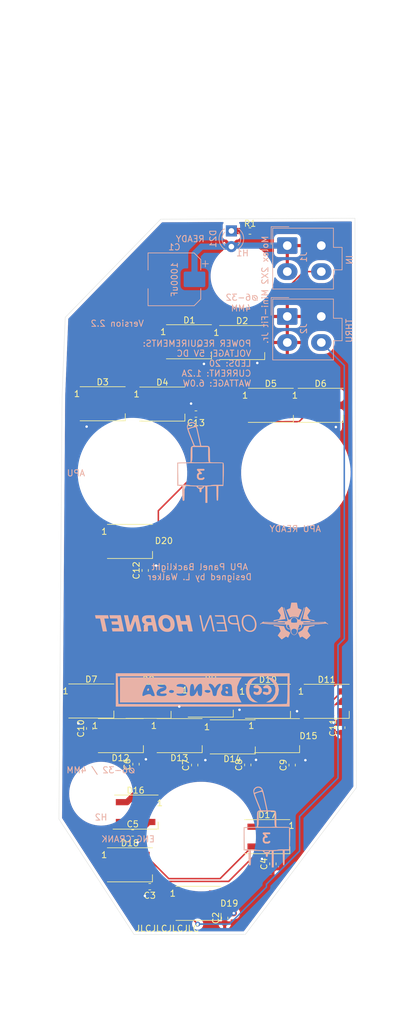
<source format=kicad_pcb>
(kicad_pcb (version 20211014) (generator pcbnew)
  (layers (0 "F.Cu" signal) (31 "B.Cu" signal) (34 "B.Paste" user) (35 "F.Paste" user) (36 "B.SilkS" user "B.Silkscreen") (37 "F.SilkS" user "F.Silkscreen") (38 "B.Mask" user) (39 "F.Mask" user) (44 "Edge.Cuts" user))
  (net 0 "")
  (net 1 "Net-(D1-Pad2)")
  (net 2 "Net-(D2-Pad2)")
  (net 3 "Net-(D3-Pad2)")
  (net 4 "Net-(D5-Pad2)")
  (net 5 "Net-(D6-Pad2)")
  (net 6 "Net-(D7-Pad2)")
  (net 7 "Net-(D8-Pad2)")
  (net 8 "Net-(D10-Pad4)")
  (net 9 "Net-(D10-Pad2)")
  (net 10 "Net-(D11-Pad2)")
  (net 11 "Net-(D12-Pad2)")
  (net 12 "Net-(D13-Pad2)")
  (net 13 "Net-(D14-Pad2)")
  (net 14 "Net-(D15-Pad2)")
  (net 15 "Net-(D16-Pad2)")
  (net 16 "Net-(D17-Pad2)")
  (net 17 "Net-(D18-Pad2)")
  (net 18 "Net-(D20-Pad4)")
  (net 19 "Net-(D20-Pad2)")
  (net 20 "/LED+5V")
  (net 21 "/DATAIN")
  (net 22 "/LEDGND")
  (net 23 "/DATAOUT")
  (net 24 "Net-(D21-Pad1)")
  (footprint "LED_SMD:LED_WS2812B_PLCC4_5.0x5.0mm_P3.2mm" (layer "F.Cu") (at 89.1424 74.7524)
    (fp_text reference "D1" (at 0.0624 -3.48) (layer "F.SilkS"))
    (fp_text value "WS2812B")
    (fp_text user "1" (at -4.15 -1.6) (layer "F.SilkS"))
    (pad "1" smd rect locked (at -2.45 -1.6) (size 1.5 1) (layers "F.Cu" "F.Paste" "F.Mask") (net 20 "/LED+5V"))
    (pad "2" smd rect locked (at -2.45 1.6) (size 1.5 1) (layers "F.Cu" "F.Paste" "F.Mask") (net 1 "Net-(D1-Pad2)"))
    (pad "3" smd rect locked (at 2.45 1.6) (size 1.5 1) (layers "F.Cu" "F.Paste" "F.Mask") (net 22 "/LEDGND"))
    (pad "4" smd rect locked (at 2.45 -1.6) (size 1.5 1) (layers "F.Cu" "F.Paste" "F.Mask") (net 21 "/DATAIN"))
  )
  (footprint "LED_SMD:LED_WS2812B_PLCC4_5.0x5.0mm_P3.2mm" (layer "F.Cu") (at 97.7392 74.8792)
    (fp_text reference "D2" (at 0 -3.5) (layer "F.SilkS"))
    (fp_text value "WS2812B")
    (fp_text user "1" (at -4.15 -1.6) (layer "F.SilkS"))
    (pad "1" smd rect locked (at -2.45 -1.6) (size 1.5 1) (layers "F.Cu" "F.Paste" "F.Mask") (net 20 "/LED+5V"))
    (pad "2" smd rect locked (at -2.45 1.6) (size 1.5 1) (layers "F.Cu" "F.Paste" "F.Mask") (net 2 "Net-(D2-Pad2)"))
    (pad "3" smd rect locked (at 2.45 1.6) (size 1.5 1) (layers "F.Cu" "F.Paste" "F.Mask") (net 22 "/LEDGND"))
    (pad "4" smd rect locked (at 2.45 -1.6) (size 1.5 1) (layers "F.Cu" "F.Paste" "F.Mask") (net 1 "Net-(D1-Pad2)"))
  )
  (footprint "LED_SMD:LED_WS2812B_PLCC4_5.0x5.0mm_P3.2mm" (layer "F.Cu") (at 75.1956 84.7596)
    (fp_text reference "D3" (at 0 -3.5) (layer "F.SilkS"))
    (fp_text value "WS2812B")
    (fp_text user "1" (at -4.15 -1.6) (layer "F.SilkS"))
    (pad "1" smd rect locked (at -2.45 -1.6) (size 1.5 1) (layers "F.Cu" "F.Paste" "F.Mask") (net 20 "/LED+5V"))
    (pad "2" smd rect locked (at -2.45 1.6) (size 1.5 1) (layers "F.Cu" "F.Paste" "F.Mask") (net 3 "Net-(D3-Pad2)"))
    (pad "3" smd rect locked (at 2.45 1.6) (size 1.5 1) (layers "F.Cu" "F.Paste" "F.Mask") (net 22 "/LEDGND"))
    (pad "4" smd rect locked (at 2.45 -1.6) (size 1.5 1) (layers "F.Cu" "F.Paste" "F.Mask") (net 2 "Net-(D2-Pad2)"))
  )
  (footprint "LED_SMD:LED_WS2812B_PLCC4_5.0x5.0mm_P3.2mm" (layer "F.Cu") (at 84.836 84.8104)
    (fp_text reference "D4" (at 0 -3.5) (layer "F.SilkS"))
    (fp_text value "WS2812B")
    (fp_text user "1" (at -4.15 -1.6) (layer "F.SilkS"))
    (pad "1" smd rect locked (at -2.45 -1.6) (size 1.5 1) (layers "F.Cu" "F.Paste" "F.Mask") (net 20 "/LED+5V"))
    (pad "2" smd rect locked (at -2.45 1.6) (size 1.5 1) (layers "F.Cu" "F.Paste" "F.Mask") (net 18 "Net-(D20-Pad4)"))
    (pad "3" smd rect locked (at 2.45 1.6) (size 1.5 1) (layers "F.Cu" "F.Paste" "F.Mask") (net 22 "/LEDGND"))
    (pad "4" smd rect locked (at 2.45 -1.6) (size 1.5 1) (layers "F.Cu" "F.Paste" "F.Mask") (net 3 "Net-(D3-Pad2)"))
  )
  (footprint "LED_SMD:LED_WS2812B_PLCC4_5.0x5.0mm_P3.2mm" (layer "F.Cu") (at 102.3736 85.0136)
    (fp_text reference "D5" (at 0 -3.5) (layer "F.SilkS"))
    (fp_text value "WS2812B")
    (fp_text user "1" (at -4.15 -1.6) (layer "F.SilkS"))
    (pad "1" smd rect locked (at -2.45 -1.6) (size 1.5 1) (layers "F.Cu" "F.Paste" "F.Mask") (net 20 "/LED+5V"))
    (pad "2" smd rect locked (at -2.45 1.6) (size 1.5 1) (layers "F.Cu" "F.Paste" "F.Mask") (net 4 "Net-(D5-Pad2)"))
    (pad "3" smd rect locked (at 2.45 1.6) (size 1.5 1) (layers "F.Cu" "F.Paste" "F.Mask") (net 22 "/LEDGND"))
    (pad "4" smd rect locked (at 2.45 -1.6) (size 1.5 1) (layers "F.Cu" "F.Paste" "F.Mask") (net 19 "Net-(D20-Pad2)"))
  )
  (footprint "LED_SMD:LED_WS2812B_PLCC4_5.0x5.0mm_P3.2mm" (layer "F.Cu") (at 110.4276 85.0136)
    (fp_text reference "D6" (at 0 -3.5) (layer "F.SilkS"))
    (fp_text value "WS2812B")
    (fp_text user "1" (at -4.15 -1.6) (layer "F.SilkS"))
    (pad "1" smd rect locked (at -2.45 -1.6) (size 1.5 1) (layers "F.Cu" "F.Paste" "F.Mask") (net 20 "/LED+5V"))
    (pad "2" smd rect locked (at -2.45 1.6) (size 1.5 1) (layers "F.Cu" "F.Paste" "F.Mask") (net 5 "Net-(D6-Pad2)"))
    (pad "3" smd rect locked (at 2.45 1.6) (size 1.5 1) (layers "F.Cu" "F.Paste" "F.Mask") (net 22 "/LEDGND"))
    (pad "4" smd rect locked (at 2.45 -1.6) (size 1.5 1) (layers "F.Cu" "F.Paste" "F.Mask") (net 4 "Net-(D5-Pad2)"))
  )
  (footprint "LED_SMD:LED_WS2812B_PLCC4_5.0x5.0mm_P3.2mm" (layer "F.Cu") (at 73.3552 132.7404)
    (fp_text reference "D7" (at 0 -3.5) (layer "F.SilkS"))
    (fp_text value "WS2812B")
    (fp_text user "1" (at -4.15 -1.6) (layer "F.SilkS"))
    (pad "1" smd rect locked (at -2.45 -1.6) (size 1.5 1) (layers "F.Cu" "F.Paste" "F.Mask") (net 20 "/LED+5V"))
    (pad "2" smd rect locked (at -2.45 1.6) (size 1.5 1) (layers "F.Cu" "F.Paste" "F.Mask") (net 6 "Net-(D7-Pad2)"))
    (pad "3" smd rect locked (at 2.45 1.6) (size 1.5 1) (layers "F.Cu" "F.Paste" "F.Mask") (net 22 "/LEDGND"))
    (pad "4" smd rect locked (at 2.45 -1.6) (size 1.5 1) (layers "F.Cu" "F.Paste" "F.Mask") (net 5 "Net-(D6-Pad2)"))
  )
  (footprint "LED_SMD:LED_WS2812B_PLCC4_5.0x5.0mm_P3.2mm" (layer "F.Cu") (at 82.6008 132.7912)
    (fp_text reference "D8" (at 0 -3.5) (layer "F.SilkS"))
    (fp_text value "WS2812B")
    (fp_text user "1" (at -4.15 -1.6) (layer "F.SilkS"))
    (pad "1" smd rect locked (at -2.45 -1.6) (size 1.5 1) (layers "F.Cu" "F.Paste" "F.Mask") (net 20 "/LED+5V"))
    (pad "2" smd rect locked (at -2.45 1.6) (size 1.5 1) (layers "F.Cu" "F.Paste" "F.Mask") (net 7 "Net-(D8-Pad2)"))
    (pad "3" smd rect locked (at 2.45 1.6) (size 1.5 1) (layers "F.Cu" "F.Paste" "F.Mask") (net 22 "/LEDGND"))
    (pad "4" smd rect locked (at 2.45 -1.6) (size 1.5 1) (layers "F.Cu" "F.Paste" "F.Mask") (net 6 "Net-(D7-Pad2)"))
  )
  (footprint "LED_SMD:LED_WS2812B_PLCC4_5.0x5.0mm_P3.2mm" (layer "F.Cu") (at 92.6592 132.588)
    (fp_text reference "D9" (at 0 -3.5) (layer "F.SilkS"))
    (fp_text value "WS2812B")
    (fp_text user "1" (at -4.15 -1.6) (layer "F.SilkS"))
    (pad "1" smd rect locked (at -2.45 -1.6) (size 1.5 1) (layers "F.Cu" "F.Paste" "F.Mask") (net 20 "/LED+5V"))
    (pad "2" smd rect locked (at -2.45 1.6) (size 1.5 1) (layers "F.Cu" "F.Paste" "F.Mask") (net 8 "Net-(D10-Pad4)"))
    (pad "3" smd rect locked (at 2.45 1.6) (size 1.5 1) (layers "F.Cu" "F.Paste" "F.Mask") (net 22 "/LEDGND"))
    (pad "4" smd rect locked (at 2.45 -1.6) (size 1.5 1) (layers "F.Cu" "F.Paste" "F.Mask") (net 7 "Net-(D8-Pad2)"))
  )
  (footprint "LED_SMD:LED_WS2812B_PLCC4_5.0x5.0mm_P3.2mm" (layer "F.Cu") (at 101.9048 132.7912)
    (fp_text reference "D10" (at 0 -3.5) (layer "F.SilkS"))
    (fp_text value "WS2812B")
    (fp_text user "1" (at -4.15 -1.6) (layer "F.SilkS"))
    (pad "1" smd rect locked (at -2.45 -1.6) (size 1.5 1) (layers "F.Cu" "F.Paste" "F.Mask") (net 20 "/LED+5V"))
    (pad "2" smd rect locked (at -2.45 1.6) (size 1.5 1) (layers "F.Cu" "F.Paste" "F.Mask") (net 9 "Net-(D10-Pad2)"))
    (pad "3" smd rect locked (at 2.45 1.6) (size 1.5 1) (layers "F.Cu" "F.Paste" "F.Mask") (net 22 "/LEDGND"))
    (pad "4" smd rect locked (at 2.45 -1.6) (size 1.5 1) (layers "F.Cu" "F.Paste" "F.Mask") (net 8 "Net-(D10-Pad4)"))
  )
  (footprint "LED_SMD:LED_WS2812B_PLCC4_5.0x5.0mm_P3.2mm" (layer "F.Cu") (at 111.4044 132.7912)
    (fp_text reference "D11" (at 0 -3.5) (layer "F.SilkS"))
    (fp_text value "WS2812B")
    (fp_text user "1" (at -4.15 -1.6) (layer "F.SilkS"))
    (pad "1" smd rect locked (at -2.45 -1.6) (size 1.5 1) (layers "F.Cu" "F.Paste" "F.Mask") (net 20 "/LED+5V"))
    (pad "2" smd rect locked (at -2.45 1.6) (size 1.5 1) (layers "F.Cu" "F.Paste" "F.Mask") (net 10 "Net-(D11-Pad2)"))
    (pad "3" smd rect locked (at 2.45 1.6) (size 1.5 1) (layers "F.Cu" "F.Paste" "F.Mask") (net 22 "/LEDGND"))
    (pad "4" smd rect locked (at 2.45 -1.6) (size 1.5 1) (layers "F.Cu" "F.Paste" "F.Mask") (net 9 "Net-(D10-Pad2)"))
  )
  (footprint "LED_SMD:LED_WS2812B_PLCC4_5.0x5.0mm_P3.2mm" (layer "F.Cu") (at 78.1304 138.3284)
    (fp_text reference "D12" (at -0.0508 3.6068) (layer "F.SilkS"))
    (fp_text value "WS2812B")
    (fp_text user "1" (at -4.15 -1.6) (layer "F.SilkS"))
    (pad "1" smd rect locked (at -2.45 -1.6) (size 1.5 1) (layers "F.Cu" "F.Paste" "F.Mask") (net 20 "/LED+5V"))
    (pad "2" smd rect locked (at -2.45 1.6) (size 1.5 1) (layers "F.Cu" "F.Paste" "F.Mask") (net 11 "Net-(D12-Pad2)"))
    (pad "3" smd rect locked (at 2.45 1.6) (size 1.5 1) (layers "F.Cu" "F.Paste" "F.Mask") (net 22 "/LEDGND"))
    (pad "4" smd rect locked (at 2.45 -1.6) (size 1.5 1) (layers "F.Cu" "F.Paste" "F.Mask") (net 10 "Net-(D11-Pad2)"))
  )
  (footprint "LED_SMD:LED_WS2812B_PLCC4_5.0x5.0mm_P3.2mm" (layer "F.Cu") (at 87.63 138.3284)
    (fp_text reference "D13" (at -0.0508 3.6068) (layer "F.SilkS"))
    (fp_text value "WS2812B")
    (fp_text user "1" (at -4.15 -1.6) (layer "F.SilkS"))
    (pad "1" smd rect locked (at -2.45 -1.6) (size 1.5 1) (layers "F.Cu" "F.Paste" "F.Mask") (net 20 "/LED+5V"))
    (pad "2" smd rect locked (at -2.45 1.6) (size 1.5 1) (layers "F.Cu" "F.Paste" "F.Mask") (net 12 "Net-(D13-Pad2)"))
    (pad "3" smd rect locked (at 2.45 1.6) (size 1.5 1) (layers "F.Cu" "F.Paste" "F.Mask") (net 22 "/LEDGND"))
    (pad "4" smd rect locked (at 2.45 -1.6) (size 1.5 1) (layers "F.Cu" "F.Paste" "F.Mask") (net 11 "Net-(D12-Pad2)"))
  )
  (footprint "LED_SMD:LED_WS2812B_PLCC4_5.0x5.0mm_P3.2mm" (layer "F.Cu") (at 96.2152 138.5316)
    (fp_text reference "D14" (at -0.0508 3.556) (layer "F.SilkS"))
    (fp_text value "WS2812B")
    (fp_text user "1" (at -4.15 -1.6) (layer "F.SilkS"))
    (pad "1" smd rect locked (at -2.45 -1.6) (size 1.5 1) (layers "F.Cu" "F.Paste" "F.Mask") (net 20 "/LED+5V"))
    (pad "2" smd rect locked (at -2.45 1.6) (size 1.5 1) (layers "F.Cu" "F.Paste" "F.Mask") (net 13 "Net-(D14-Pad2)"))
    (pad "3" smd rect locked (at 2.45 1.6) (size 1.5 1) (layers "F.Cu" "F.Paste" "F.Mask") (net 22 "/LEDGND"))
    (pad "4" smd rect locked (at 2.45 -1.6) (size 1.5 1) (layers "F.Cu" "F.Paste" "F.Mask") (net 12 "Net-(D13-Pad2)"))
  )
  (footprint "LED_SMD:LED_WS2812B_PLCC4_5.0x5.0mm_P3.2mm" (layer "F.Cu") (at 103.378 138.3284)
    (fp_text reference "D15" (at 5.08 0.0508) (layer "F.SilkS"))
    (fp_text value "WS2812B")
    (fp_text user "1" (at -4.15 -1.6) (layer "F.SilkS"))
    (pad "1" smd rect locked (at -2.45 -1.6) (size 1.5 1) (layers "F.Cu" "F.Paste" "F.Mask") (net 20 "/LED+5V"))
    (pad "2" smd rect locked (at -2.45 1.6) (size 1.5 1) (layers "F.Cu" "F.Paste" "F.Mask") (net 14 "Net-(D15-Pad2)"))
    (pad "3" smd rect locked (at 2.45 1.6) (size 1.5 1) (layers "F.Cu" "F.Paste" "F.Mask") (net 22 "/LEDGND"))
    (pad "4" smd rect locked (at 2.45 -1.6) (size 1.5 1) (layers "F.Cu" "F.Paste" "F.Mask") (net 13 "Net-(D14-Pad2)"))
  )
  (footprint "LED_SMD:LED_WS2812B_PLCC4_5.0x5.0mm_P3.2mm" (layer "F.Cu") (at 80.518 150.6728)
    (fp_text reference "D16" (at 0 -3.5) (layer "F.SilkS"))
    (fp_text value "WS2812B")
    (fp_text user "1" (at 3.9116 -1.4732) (layer "F.SilkS"))
    (pad "1" smd rect locked (at -2.45 -1.6) (size 1.5 1) (layers "F.Cu" "F.Paste" "F.Mask") (net 20 "/LED+5V"))
    (pad "2" smd rect locked (at -2.45 1.6) (size 1.5 1) (layers "F.Cu" "F.Paste" "F.Mask") (net 15 "Net-(D16-Pad2)"))
    (pad "3" smd rect locked (at 2.45 1.6) (size 1.5 1) (layers "F.Cu" "F.Paste" "F.Mask") (net 22 "/LEDGND"))
    (pad "4" smd rect locked (at 2.45 -1.6) (size 1.5 1) (layers "F.Cu" "F.Paste" "F.Mask") (net 14 "Net-(D15-Pad2)"))
  )
  (footprint "LED_SMD:LED_WS2812B_PLCC4_5.0x5.0mm_P3.2mm" (layer "F.Cu") (at 101.8032 154.6352)
    (fp_text reference "D17" (at 0 -3.5) (layer "F.SilkS"))
    (fp_text value "WS2812B")
    (fp_text user "1" (at 3.9116 -1.778) (layer "F.SilkS"))
    (pad "1" smd rect locked (at -2.45 -1.6) (size 1.5 1) (layers "F.Cu" "F.Paste" "F.Mask") (net 20 "/LED+5V"))
    (pad "2" smd rect locked (at -2.45 1.6) (size 1.5 1) (layers "F.Cu" "F.Paste" "F.Mask") (net 16 "Net-(D17-Pad2)"))
    (pad "3" smd rect locked (at 2.45 1.6) (size 1.5 1) (layers "F.Cu" "F.Paste" "F.Mask") (net 22 "/LEDGND"))
    (pad "4" smd rect locked (at 2.45 -1.6) (size 1.5 1) (layers "F.Cu" "F.Paste" "F.Mask") (net 15 "Net-(D16-Pad2)"))
  )
  (footprint "LED_SMD:LED_WS2812B_PLCC4_5.0x5.0mm_P3.2mm" (layer "F.Cu") (at 79.592 159.1816)
    (fp_text reference "D18" (at 0 -3.5) (layer "F.SilkS"))
    (fp_text value "WS2812B")
    (fp_text user "1" (at -4.15 -1.6) (layer "F.SilkS"))
    (pad "1" smd rect locked (at -2.45 -1.6) (size 1.5 1) (layers "F.Cu" "F.Paste" "F.Mask") (net 20 "/LED+5V"))
    (pad "2" smd rect locked (at -2.45 1.6) (size 1.5 1) (layers "F.Cu" "F.Paste" "F.Mask") (net 17 "Net-(D18-Pad2)"))
    (pad "3" smd rect locked (at 2.45 1.6) (size 1.5 1) (layers "F.Cu" "F.Paste" "F.Mask") (net 22 "/LEDGND"))
    (pad "4" smd rect locked (at 2.45 -1.6) (size 1.5 1) (layers "F.Cu" "F.Paste" "F.Mask") (net 16 "Net-(D17-Pad2)"))
  )
  (footprint "LED_SMD:LED_WS2812B_PLCC4_5.0x5.0mm_P3.2mm" (layer "F.Cu") (at 90.678 165.4048)
    (fp_text reference "D19" (at 4.9784 0) (layer "F.SilkS"))
    (fp_text value "WS2812B")
    (fp_text user "1" (at -4.15 -1.6) (layer "F.SilkS"))
    (pad "1" smd rect locked (at -2.45 -1.6) (size 1.5 1) (layers "F.Cu" "F.Paste" "F.Mask") (net 20 "/LED+5V"))
    (pad "2" smd rect locked (at -2.45 1.6) (size 1.5 1) (layers "F.Cu" "F.Paste" "F.Mask") (net 23 "/DATAOUT"))
    (pad "3" smd rect locked (at 2.45 1.6) (size 1.5 1) (layers "F.Cu" "F.Paste" "F.Mask") (net 22 "/LEDGND"))
    (pad "4" smd rect locked (at 2.45 -1.6) (size 1.5 1) (layers "F.Cu" "F.Paste" "F.Mask") (net 17 "Net-(D18-Pad2)"))
  )
  (footprint "LED_SMD:LED_WS2812B_PLCC4_5.0x5.0mm_P3.2mm" (layer "F.Cu") (at 79.6036 106.9848)
    (fp_text reference "D20" (at 5.4864 -0.1016) (layer "F.SilkS"))
    (fp_text value "WS2812B")
    (fp_text user "1" (at -4.15 -1.6) (layer "F.SilkS"))
    (pad "1" smd rect locked (at -2.45 -1.6) (size 1.5 1) (layers "F.Cu" "F.Paste" "F.Mask") (net 20 "/LED+5V"))
    (pad "2" smd rect locked (at -2.45 1.6) (size 1.5 1) (layers "F.Cu" "F.Paste" "F.Mask") (net 19 "Net-(D20-Pad2)"))
    (pad "3" smd rect locked (at 2.45 1.6) (size 1.5 1) (layers "F.Cu" "F.Paste" "F.Mask") (net 22 "/LEDGND"))
    (pad "4" smd rect locked (at 2.45 -1.6) (size 1.5 1) (layers "F.Cu" "F.Paste" "F.Mask") (net 18 "Net-(D20-Pad4)"))
  )
  (footprint "Resistor_SMD:R_0603_1608Metric" (layer "F.Cu") (at 99.00168 56.87568)
    (fp_text reference "R1" (at 0.01832 -1.20568) (layer "F.SilkS"))
    (fp_text value "R")
    (pad "1" smd roundrect locked (at -0.7875 0) (size 0.875 0.95) (layers "F.Cu" "F.Paste" "F.Mask") (net 24 "Net-(D21-Pad1)"))
    (pad "2" smd roundrect locked (at 0.7875 0) (size 0.875 0.95) (layers "F.Cu" "F.Paste" "F.Mask") (net 22 "/LEDGND"))
  )
  (footprint "Capacitor_SMD:C_0603_1608Metric" (layer "F.Cu") (at 94.9198 167.77472 90)
    (fp_text reference "C2" (at 0 -1.43 90) (layer "F.SilkS"))
    (fp_text value "C")
    (pad "1" smd roundrect locked (at -0.7875 0 90) (size 0.875 0.95) (layers "F.Cu" "F.Paste" "F.Mask") (net 20 "/LED+5V"))
    (pad "2" smd roundrect locked (at 0.7875 0 90) (size 0.875 0.95) (layers "F.Cu" "F.Paste" "F.Mask") (net 22 "/LEDGND"))
  )
  (footprint "Capacitor_SMD:C_0603_1608Metric" (layer "F.Cu") (at 82.81172 162.70986 180)
    (fp_text reference "C3" (at 0 -1.43) (layer "F.SilkS"))
    (fp_text value "C")
    (pad "1" smd roundrect locked (at -0.7875 0 180) (size 0.875 0.95) (layers "F.Cu" "F.Paste" "F.Mask") (net 20 "/LED+5V"))
    (pad "2" smd roundrect locked (at 0.7875 0 180) (size 0.875 0.95) (layers "F.Cu" "F.Paste" "F.Mask") (net 22 "/LEDGND"))
  )
  (footprint "Capacitor_SMD:C_0603_1608Metric" (layer "F.Cu") (at 102.71506 159.03204 90)
    (fp_text reference "C4" (at 0 -1.43 90) (layer "F.SilkS"))
    (fp_text value "C")
    (pad "1" smd roundrect locked (at -0.7875 0 90) (size 0.875 0.95) (layers "F.Cu" "F.Paste" "F.Mask") (net 20 "/LED+5V"))
    (pad "2" smd roundrect locked (at 0.7875 0 90) (size 0.875 0.95) (layers "F.Cu" "F.Paste" "F.Mask") (net 22 "/LEDGND"))
  )
  (footprint "Capacitor_SMD:C_0603_1608Metric" (layer "F.Cu") (at 80.05 154.05)
    (fp_text reference "C5" (at 0 -1.43) (layer "F.SilkS"))
    (fp_text value "C")
    (pad "1" smd roundrect locked (at -0.7875 0) (size 0.875 0.95) (layers "F.Cu" "F.Paste" "F.Mask") (net 20 "/LED+5V"))
    (pad "2" smd roundrect locked (at 0.7875 0) (size 0.875 0.95) (layers "F.Cu" "F.Paste" "F.Mask") (net 22 "/LEDGND"))
  )
  (footprint "Capacitor_SMD:C_0603_1608Metric" (layer "F.Cu") (at 80.5815 142.9385 90)
    (fp_text reference "C6" (at 0 -1.43 90) (layer "F.SilkS"))
    (fp_text value "C")
    (pad "1" smd roundrect locked (at -0.7875 0 90) (size 0.875 0.95) (layers "F.Cu" "F.Paste" "F.Mask") (net 20 "/LED+5V"))
    (pad "2" smd roundrect locked (at 0.7875 0 90) (size 0.875 0.95) (layers "F.Cu" "F.Paste" "F.Mask") (net 22 "/LEDGND"))
  )
  (footprint "Capacitor_SMD:C_0603_1608Metric" (layer "F.Cu") (at 90.07094 143.0782 90)
    (fp_text reference "C7" (at 0 -1.43 90) (layer "F.SilkS"))
    (fp_text value "C")
    (pad "1" smd roundrect locked (at -0.7875 0 90) (size 0.875 0.95) (layers "F.Cu" "F.Paste" "F.Mask") (net 20 "/LED+5V"))
    (pad "2" smd roundrect locked (at 0.7875 0 90) (size 0.875 0.95) (layers "F.Cu" "F.Paste" "F.Mask") (net 22 "/LEDGND"))
  )
  (footprint "Capacitor_SMD:C_0603_1608Metric" (layer "F.Cu") (at 98.65106 143.05788 90)
    (fp_text reference "C8" (at 0 -1.43 90) (layer "F.SilkS"))
    (fp_text value "C")
    (pad "1" smd roundrect locked (at -0.7875 0 90) (size 0.875 0.95) (layers "F.Cu" "F.Paste" "F.Mask") (net 20 "/LED+5V"))
    (pad "2" smd roundrect locked (at 0.7875 0 90) (size 0.875 0.95) (layers "F.Cu" "F.Paste" "F.Mask") (net 22 "/LEDGND"))
  )
  (footprint "Capacitor_SMD:C_0603_1608Metric" (layer "F.Cu") (at 105.82656 143.08338 90)
    (fp_text reference "C9" (at 0 -1.43 90) (layer "F.SilkS"))
    (fp_text value "C")
    (pad "1" smd roundrect locked (at -0.7875 0 90) (size 0.875 0.95) (layers "F.Cu" "F.Paste" "F.Mask") (net 20 "/LED+5V"))
    (pad "2" smd roundrect locked (at 0.7875 0 90) (size 0.875 0.95) (layers "F.Cu" "F.Paste" "F.Mask") (net 22 "/LEDGND"))
  )
  (footprint "Capacitor_SMD:C_0603_1608Metric" (layer "F.Cu") (at 73.09866 137.17534 90)
    (fp_text reference "C10" (at 0 -1.43 90) (layer "F.SilkS"))
    (fp_text value "C")
    (pad "1" smd roundrect locked (at -0.7875 0 90) (size 0.875 0.95) (layers "F.Cu" "F.Paste" "F.Mask") (net 20 "/LED+5V"))
    (pad "2" smd roundrect locked (at 0.7875 0 90) (size 0.875 0.95) (layers "F.Cu" "F.Paste" "F.Mask") (net 22 "/LEDGND"))
  )
  (footprint "Capacitor_SMD:C_0603_1608Metric" (layer "F.Cu") (at 113.84534 137.04316 90)
    (fp_text reference "C11" (at 0 -1.43 90) (layer "F.SilkS"))
    (fp_text value "C")
    (pad "1" smd roundrect locked (at -0.7875 0 90) (size 0.875 0.95) (layers "F.Cu" "F.Paste" "F.Mask") (net 20 "/LED+5V"))
    (pad "2" smd roundrect locked (at 0.7875 0 90) (size 0.875 0.95) (layers "F.Cu" "F.Paste" "F.Mask") (net 22 "/LEDGND"))
  )
  (footprint "Capacitor_SMD:C_0603_1608Metric" (layer "F.Cu") (at 82.06994 111.66612 90)
    (fp_text reference "C12" (at 0 -1.43 90) (layer "F.SilkS"))
    (fp_text value "C")
    (pad "1" smd roundrect locked (at -0.7875 0 90) (size 0.875 0.95) (layers "F.Cu" "F.Paste" "F.Mask") (net 20 "/LED+5V"))
    (pad "2" smd roundrect locked (at 0.7875 0 90) (size 0.875 0.95) (layers "F.Cu" "F.Paste" "F.Mask") (net 22 "/LEDGND"))
  )
  (footprint "Capacitor_SMD:C_0603_1608Metric" (layer "F.Cu") (at 90.2716 86.41842 180)
    (fp_text reference "C13" (at 0 -1.43) (layer "F.SilkS"))
    (fp_text value "C")
    (pad "1" smd roundrect locked (at -0.7875 0 180) (size 0.875 0.95) (layers "F.Cu" "F.Paste" "F.Mask") (net 20 "/LED+5V"))
    (pad "2" smd roundrect locked (at 0.7875 0 180) (size 0.875 0.95) (layers "F.Cu" "F.Paste" "F.Mask") (net 22 "/LEDGND"))
  )
  (footprint "OH_Backlighting:631H_Toggle_13mm_x_13mm" (layer "F.Cu") (at 80.01 95.885001)
    (fp_text reference "REF**" hide)
    (fp_text value "631H_Toggle_13mm_x_13mm" hide)
    (pad "" np_thru_hole circle locked (at 0 0) (size 12.7 12.7) (drill 12.7) (layers *.Mask "F.Cu") (clearance 1))
    (pad "" np_thru_hole circle locked (at 0 0) (size 12.7 12.7) (drill 12.7) (layers "B.Cu") (clearance 2.5))
  )
  (footprint "OH_Backlighting:631H_Toggle_13mm_x_13mm" (layer "F.Cu") (at 106.425999 95.885001)
    (fp_text reference "2" hide)
    (fp_text value "631H_Toggle_13mm_x_13mm" hide)
    (pad "" np_thru_hole circle locked (at 0 0) (size 12.7 12.7) (drill 12.7) (layers "B.Cu") (clearance 2.5))
    (pad "" np_thru_hole circle locked (at 0 0) (size 12.7 12.7) (drill 12.7) (layers *.Mask "F.Cu") (clearance 1))
  )
  (footprint "OH_Backlighting:OH_Panel_6-32_PHS" (layer "F.Cu") (at 97.789999 64.135001)
    (fp_text reference "4" hide)
    (fp_text value "OH_Panel_Fastner_Keepout" hide)
    (fp_text user "H1" (at 0.007621 -3.688081) (layer "B.SilkS") (effects (justify mirror)))
    (fp_text user "⌀6-32" (at -0.039999 3.464999) (layer "B.SilkS") (effects (justify mirror)))
    (pad "" np_thru_hole circle locked (at 0 0) (size 4.3 4.3) (drill 4.3) (layers *.Cu *.Mask) (clearance 3))
  )
  (footprint "OH_Backlighting:OH_Panel_6-32_PHS" (layer "F.Cu") (at 74.929999 147.701001)
    (fp_text reference "5" hide)
    (fp_text value "OH_Panel_Fastner_Keepout" hide)
    (fp_text user "H2" (at 0 3.81) (layer "B.SilkS") (effects (justify mirror)))
    (fp_text user "⌀6-32 / 4MM" (at 0 -3.81) (layer "B.SilkS") (effects (justify mirror)))
    (pad "" np_thru_hole circle locked (at 0 0) (size 4.3 4.3) (drill 4.3) (layers *.Cu *.Mask) (clearance 3))
  )
  (footprint "OH_Backlighting:631H_Toggle_Silkscreen" (layer "F.Cu") (at 90.97772 94.21876)
    (fp_text reference "G1" hide)
    (fp_text value "631H Toggle" hide)
  )
  (footprint "OH_Backlighting:631H_Toggle_Silkscreen" (layer "F.Cu") (at 101.7016 153.06802)
    (fp_text reference "G4" hide)
    (fp_text value "631H Toggle" hide)
  )
  (footprint "OH_Backlighting:631H_Toggle_13mm_x_13mm" (layer "F.Cu") (at 91.1225 154.622501)
    (fp_text reference "3" hide)
    (fp_text value "631H_Toggle_13mm_x_13mm" hide)
    (pad "" np_thru_hole circle locked (at 0 0) (size 12.7 12.7) (drill 12.7) (layers *.Mask "F.Cu") (clearance 1))
    (pad "" np_thru_hole circle locked (at 0 0) (size 12.7 12.7) (drill 12.7) (layers "B.Cu") (clearance 2.5))
  )
  (footprint "OH_Backlighting:Molex_Mini-Fit_Jr_5566-04A_2x02_P4.20mm_Vertical" (layer "B.Cu") (at 105.03916 70.67042 -90)
    (fp_text reference "J2" (at 1.97358 -2.65684 90) (layer "B.SilkS") (effects (justify mirror)))
    (fp_text value "Conn_01x04_Female")
    (pad "1" thru_hole roundrect locked (at 0 0 270) (size 2.7 3.3) (drill 1.4) (layers *.Cu *.Mask) (roundrect_rratio 0.09259296296) (net 20 "/LED+5V"))
    (pad "2" thru_hole oval locked (at 4.2 0 270) (size 2.7 3.3) (drill 1.4) (layers *.Cu *.Mask) (net 20 "/LED+5V"))
    (pad "3" thru_hole oval locked (at 0 -5.5 270) (size 2.7 3.3) (drill 1.4) (layers *.Cu *.Mask) (net 22 "/LEDGND"))
    (pad "4" thru_hole oval locked (at 4.2 -5.5 270) (size 2.7 3.3) (drill 1.4) (layers *.Cu *.Mask) (net 23 "/DATAOUT"))
  )
  (footprint "Capacitor_SMD:CP_Elec_8x10" (layer "B.Cu") (at 86.79046 64.67348 180)
    (fp_text reference "C1" (at 0 5.2) (layer "B.SilkS") (effects (justify mirror)))
    (fp_text value "C_Polarized")
    (pad "1" smd roundrect locked (at -3.25 0 180) (size 3.5 2.5) (layers "B.Cu" "B.Paste" "B.Mask") (roundrect_rratio 0.1) (net 20 "/LED+5V"))
    (pad "2" smd roundrect locked (at 3.25 0 180) (size 3.5 2.5) (layers "B.Cu" "B.Paste" "B.Mask") (roundrect_rratio 0.1) (net 22 "/LEDGND"))
  )
  (footprint "LED_THT:LED_D3.0mm" (layer "B.Cu") (at 95.9993 56.85536 -90)
    (fp_text reference "D21" (at 1.27 2.96 -90) (layer "B.SilkS") (effects (justify mirror)))
    (fp_text value "LED")
    (pad "1" thru_hole rect locked (at 0 0 270) (size 1.8 1.8) (drill 0.9) (layers *.Cu *.Mask) (net 24 "Net-(D21-Pad1)"))
    (pad "2" thru_hole circle locked (at 2.54 0 270) (size 1.8 1.8) (drill 0.9) (layers *.Cu *.Mask) (net 20 "/LED+5V"))
  )
  (footprint "OH_Backlighting:Molex_Mini-Fit_Jr_5566-04A_2x02_P4.20mm_Vertical" (layer "B.Cu") (at 105.03916 59.22772 -90)
    (fp_text reference "J1" (at 1.85928 -2.65684 90) (layer "B.SilkS") (effects (justify mirror)))
    (fp_text value "Conn_01x04_Female")
    (pad "1" thru_hole roundrect locked (at 0 0 270) (size 2.7 3.3) (drill 1.4) (layers *.Cu *.Mask) (roundrect_rratio 0.09259296296) (net 20 "/LED+5V"))
    (pad "2" thru_hole oval locked (at 4.2 0 270) (size 2.7 3.3) (drill 1.4) (layers *.Cu *.Mask) (net 20 "/LED+5V"))
    (pad "3" thru_hole oval locked (at 0 -5.5 270) (size 2.7 3.3) (drill 1.4) (layers *.Cu *.Mask) (net 22 "/LEDGND"))
    (pad "4" thru_hole oval locked (at 4.2 -5.5 270) (size 2.7 3.3) (drill 1.4) (layers *.Cu *.Mask) (net 21 "/DATAIN"))
  )
  (footprint "OH_General:CC-BY-NC-SA-Small" (layer "B.Cu") (at 91.45 130.95 180)
    (fp_text reference "G3" hide)
    (fp_text value "LOGO" hide)
  )
  (footprint "OH_General:OH_LOGO_37.7mm_5.9mm" (layer "B.Cu") (at 92.80906 119.82958 180)
    (fp_text reference "G2" hide)
    (fp_text value "LOGO" hide)
  )
  (gr_line (start 69.1388 70.8152) (end 68.6308 83.6168) (layer "Edge.Cuts") (width 0.05))
  (gr_line (start 116.2304 146.7104) (end 115.9764 54.8132) (layer "Edge.Cuts") (width 0.05))
  (gr_line (start 68.6308 83.6168) (end 68.1228 151.7904) (layer "Edge.Cuts") (width 0.05))
  (gr_line (start 98.2472 170.434) (end 116.2304 146.7104) (layer "Edge.Cuts") (width 0.05))
  (gr_line (start 68.1228 151.7904) (end 80.264 170.434) (layer "Edge.Cuts") (width 0.05))
  (gr_line (start 115.9764 54.8132) (end 84.582 54.9656) (layer "Edge.Cuts") (width 0.05))
  (gr_line (start 84.582 54.9656) (end 69.1388 70.8152) (layer "Edge.Cuts") (width 0.05))
  (gr_line (start 80.264 170.434) (end 98.2472 170.434) (layer "Edge.Cuts") (width 0.05))
  (gr_text "IN" (at 115.09502 61.52896 90) (layer "B.SilkS") (effects (font (size 1 1)) (justify mirror)))
  (gr_text "3" (at 91.01074 96.23552) (layer "B.SilkS") (effects (font (size 1.5 1.5) (thickness 0.3)) (justify mirror)))
  (gr_text "3" (at 101.64572 154.92476) (layer "B.SilkS") (effects (font (size 1.5 1.5) (thickness 0.3)) (justify mirror)))
  (gr_text "APU Panel Backlight\nDesigned by L. Walker" (at 90.88882 111.9124) (layer "B.SilkS") (effects (font (size 1 1)) (justify mirror)))
  (gr_text "Molex 2X2 Mini-Fit Jr." (at 101.45 66.35 90) (layer "B.SilkS") (effects (font (size 1 1)) (justify mirror)))
  (gr_text "APU" (at 70.87362 95.95866) (layer "B.SilkS") (effects (font (size 1 1)) (justify mirror)))
  (gr_text "4MM" (at 97.55 69.35) (layer "B.SilkS") (effects (font (size 1 1)) (justify mirror)))
  (gr_text "ENG CRANK" (at 79.28864 155.03398) (layer "B.SilkS") (effects (font (size 1 1)) (justify mirror)))
  (gr_text "1000uF" (at 86.81 64.72 90) (layer "B.SilkS") (effects (font (size 1 1)) (justify mirror)))
  (gr_text "POWER REQUIREMENTS:\nVOLTAGE: 5V DC\nLEDS: 20\nCURRENT: 1.2A\nWATTAGE: 6.0W" (at 99.3 78.25) (layer "B.SilkS") (effects (font (size 1 1)) (justify left mirror)))
  (gr_text "THRU" (at 115.05184 72.96404 90) (layer "B.SilkS") (effects (font (size 1 1)) (justify mirror)))
  (gr_text "READY" (at 89.35 58.15) (layer "B.SilkS") (effects (font (size 1 1)) (justify mirror)))
  (gr_text "Version 2.2" (at 77.55 71.8) (layer "B.SilkS") (effects (font (size 1 1)) (justify mirror)))
  (gr_text "APU READY" (at 106.3244 104.9528) (layer "B.SilkS") (effects (font (size 1 1)) (justify mirror)))
  (gr_text "JLCJLCJLCJLC" (at 85.63 169.47) (layer "F.SilkS") (effects (font (size 1 1))))
  (segment (start 96.0882 74.13752) (end 96.121519 74.104201) (width 0.25) (layer "F.Cu") (net 1))
  (segment (start 86.6924 76.3524) (end 86.6924 75.6024) (width 0.25) (layer "F.Cu") (net 1))
  (segment (start 88.15728 74.13752) (end 96.0882 74.13752) (width 0.25) (layer "F.Cu") (net 1))
  (segment (start 86.6924 75.6024) (end 88.15728 74.13752) (width 0.25) (layer "F.Cu") (net 1))
  (segment (start 96.121519 74.104201) (end 99.364199 74.104201) (width 0.25) (layer "F.Cu") (net 1))
  (segment (start 99.364199 74.104201) (end 100.1892 73.2792) (width 0.25) (layer "F.Cu") (net 1))
  (segment (start 81.19652 79.60868) (end 77.6456 83.1596) (width 0.25) (layer "F.Cu") (net 2))
  (segment (start 92.15972 79.60868) (end 81.19652 79.60868) (width 0.25) (layer "F.Cu") (net 2))
  (segment (start 95.2892 76.4792) (end 92.15972 79.60868) (width 0.25) (layer "F.Cu") (net 2))
  (segment (start 74.670589 84.434611) (end 86.061789 84.434611) (width 0.25) (layer "F.Cu") (net 3))
  (segment (start 86.061789 84.434611) (end 87.286 83.2104) (width 0.25) (layer "F.Cu") (net 3))
  (segment (start 72.7456 86.3596) (end 74.670589 84.434611) (width 0.25) (layer "F.Cu") (net 3))
  (segment (start 102.298599 84.238601) (end 112.052599 84.238601) (width 0.25) (layer "F.Cu") (net 4))
  (segment (start 112.052599 84.238601) (end 112.8776 83.4136) (width 0.25) (layer "F.Cu") (net 4))
  (segment (start 99.9236 86.6136) (end 102.298599 84.238601) (width 0.25) (layer "F.Cu") (net 4))
  (segment (start 75.8052 131.1404) (end 75.8052 128.4448) (width 0.25) (layer "F.Cu") (net 5))
  (segment (start 94.9 109.35) (end 94.9 94.05) (width 0.25) (layer "F.Cu") (net 5))
  (segment (start 75.8052 128.4448) (end 94.9 109.35) (width 0.25) (layer "F.Cu") (net 5))
  (segment (start 101.3 87.65) (end 106.9412 87.65) (width 0.25) (layer "F.Cu") (net 5))
  (segment (start 106.9412 87.65) (end 107.9776 86.6136) (width 0.25) (layer "F.Cu") (net 5))
  (segment (start 94.9 94.05) (end 101.3 87.65) (width 0.25) (layer "F.Cu") (net 5))
  (segment (start 85.0508 131.1912) (end 85.0508 131.9412) (width 0.25) (layer "F.Cu") (net 6))
  (segment (start 84.23382 132.75818) (end 72.48742 132.75818) (width 0.25) (layer "F.Cu") (net 6))
  (segment (start 85.0508 131.9412) (end 84.23382 132.75818) (width 0.25) (layer "F.Cu") (net 6))
  (segment (start 72.48742 132.75818) (end 70.9052 134.3404) (width 0.25) (layer "F.Cu") (net 6))
  (segment (start 85.612209 132.016201) (end 94.080999 132.016201) (width 0.25) (layer "F.Cu") (net 7))
  (segment (start 80.1508 134.3912) (end 83.23721 134.3912) (width 0.25) (layer "F.Cu") (net 7))
  (segment (start 94.080999 132.016201) (end 95.1092 130.988) (width 0.25) (layer "F.Cu") (net 7))
  (segment (start 83.23721 134.3912) (end 85.612209 132.016201) (width 0.25) (layer "F.Cu") (net 7))
  (segment (start 102.96308 132.58292) (end 104.3548 131.1912) (width 0.25) (layer "F.Cu") (net 8))
  (segment (start 90.2092 134.188) (end 91.034201 133.362999) (width 0.25) (layer "F.Cu") (net 8))
  (segment (start 91.034201 133.362999) (end 93.781581 133.362999) (width 0.25) (layer "F.Cu") (net 8))
  (segment (start 93.781581 133.362999) (end 94.56166 132.58292) (width 0.25) (layer "F.Cu") (net 8))
  (segment (start 94.56166 132.58292) (end 102.96308 132.58292) (width 0.25) (layer "F.Cu") (net 8))
  (segment (start 100.06307 133.03293) (end 112.01267 133.03293) (width 0.25) (layer "F.Cu") (net 9))
  (segment (start 99.4548 133.6412) (end 100.06307 133.03293) (width 0.25) (layer "F.Cu") (net 9))
  (segment (start 112.01267 133.03293) (end 113.8544 131.1912) (width 0.25) (layer "F.Cu") (net 9))
  (segment (start 99.4548 134.3912) (end 99.4548 133.6412) (width 0.25) (layer "F.Cu") (net 9))
  (segment (start 108.129399 135.216201) (end 82.092599 135.216201) (width 0.25) (layer "F.Cu") (net 10))
  (segment (start 82.092599 135.216201) (end 80.5804 136.7284) (width 0.25) (layer "F.Cu") (net 10))
  (segment (start 108.9544 134.3912) (end 108.129399 135.216201) (width 0.25) (layer "F.Cu") (net 10))
  (segment (start 89.254999 137.553401) (end 89.217799 137.553401) (width 0.25) (layer "F.Cu") (net 11))
  (segment (start 90.08 136.7284) (end 89.254999 137.553401) (width 0.25) (layer "F.Cu") (net 11))
  (segment (start 89.217799 137.553401) (end 88.26754 138.50366) (width 0.25) (layer "F.Cu") (net 11))
  (segment (start 88.26754 138.50366) (end 77.10514 138.50366) (width 0.25) (layer "F.Cu") (net 11))
  (segment (start 77.10514 138.50366) (end 75.6804 139.9284) (width 0.25) (layer "F.Cu") (net 11))
  (segment (start 89.688209 137.756601) (end 97.840199 137.756601) (width 0.25) (layer "F.Cu") (net 12))
  (segment (start 87.51641 139.9284) (end 89.688209 137.756601) (width 0.25) (layer "F.Cu") (net 12))
  (segment (start 85.18 139.9284) (end 87.51641 139.9284) (width 0.25) (layer "F.Cu") (net 12))
  (segment (start 97.840199 137.756601) (end 98.6652 136.9316) (width 0.25) (layer "F.Cu") (net 12))
  (segment (start 104.799799 137.756601) (end 105.828 136.7284) (width 0.25) (layer "F.Cu") (net 13))
  (segment (start 96.19508 140.1316) (end 98.570079 137.756601) (width 0.25) (layer "F.Cu") (net 13))
  (segment (start 98.570079 137.756601) (end 104.799799 137.756601) (width 0.25) (layer "F.Cu") (net 13))
  (segment (start 93.7652 140.1316) (end 96.19508 140.1316) (width 0.25) (layer "F.Cu") (net 13))
  (segment (start 82.968 145.205398) (end 82.968 149.0728) (width 0.25) (layer "F.Cu") (net 14))
  (segment (start 96.006489 140.956601) (end 92.676281 140.956601) (width 0.25) (layer "F.Cu") (net 14))
  (segment (start 91.155001 139.435321) (end 91.155001 139.168399) (width 0.25) (layer "F.Cu") (net 14))
  (segment (start 100.928 139.9284) (end 99.780825 138.781225) (width 0.25) (layer "F.Cu") (net 14))
  (segment (start 98.181865 138.781225) (end 96.006489 140.956601) (width 0.25) (layer "F.Cu") (net 14))
  (segment (start 89.069999 139.103399) (end 82.968 145.205398) (width 0.25) (layer "F.Cu") (net 14))
  (segment (start 99.780825 138.781225) (end 98.181865 138.781225) (width 0.25) (layer "F.Cu") (net 14))
  (segment (start 91.155001 139.168399) (end 91.090001 139.103399) (width 0.25) (layer "F.Cu") (net 14))
  (segment (start 91.090001 139.103399) (end 89.069999 139.103399) (width 0.25) (layer "F.Cu") (net 14))
  (segment (start 92.676281 140.956601) (end 91.155001 139.435321) (width 0.25) (layer "F.Cu") (net 14))
  (segment (start 104.2532 153.170202) (end 95.561583 161.861819) (width 0.25) (layer "F.Cu") (net 15))
  (segment (start 78.068 155.442602) (end 78.068 152.2728) (width 0.25) (layer "F.Cu") (net 15))
  (segment (start 81.031999 158.406601) (end 78.068 155.442602) (width 0.25) (layer "F.Cu") (net 15))
  (segment (start 104.2532 153.0352) (end 104.2532 153.170202) (width 0.25) (layer "F.Cu") (net 15))
  (segment (start 95.561583 161.861819) (end 84.889659 161.861819) (width 0.25) (layer "F.Cu") (net 15))
  (segment (start 84.889659 161.861819) (end 81.434441 158.406601) (width 0.25) (layer "F.Cu") (net 15))
  (segment (start 81.434441 158.406601) (end 81.031999 158.406601) (width 0.25) (layer "F.Cu") (net 15))
  (segment (start 99.3532 156.2352) (end 94.17659 161.41181) (width 0.25) (layer "F.Cu") (net 16))
  (segment (start 94.17659 161.41181) (end 85.87221 161.41181) (width 0.25) (layer "F.Cu") (net 16))
  (segment (start 85.87221 161.41181) (end 82.042 157.5816) (width 0.25) (layer "F.Cu") (net 16))
  (segment (start 77.142 160.7816) (end 81.381169 165.020769) (width 0.25) (layer "F.Cu") (net 17))
  (segment (start 81.381169 165.020769) (end 91.912031 165.020769) (width 0.25) (layer "F.Cu") (net 17))
  (segment (start 91.912031 165.020769) (end 93.128 163.8048) (width 0.25) (layer "F.Cu") (net 17))
  (segment (start 71.034999 101.101201) (end 71.034999 88.848261) (width 0.25) (layer "F.Cu") (net 18))
  (segment (start 78.163601 106.209801) (end 76.143599 106.209801) (width 0.25) (layer "F.Cu") (net 18))
  (segment (start 81.510199 85.534599) (end 82.386 86.4104) (width 0.25) (layer "F.Cu") (net 18))
  (segment (start 72.698659 87.184601) (end 74.198659 87.184601) (width 0.25) (layer "F.Cu") (net 18))
  (segment (start 74.198659 87.184601) (end 75.848661 85.534599) (width 0.25) (layer "F.Cu") (net 18))
  (segment (start 78.988602 105.3848) (end 78.163601 106.209801) (width 0.25) (layer "F.Cu") (net 18))
  (segment (start 82.0536 105.3848) (end 78.988602 105.3848) (width 0.25) (layer "F.Cu") (net 18))
  (segment (start 75.848661 85.534599) (end 81.510199 85.534599) (width 0.25) (layer "F.Cu") (net 18))
  (segment (start 76.143599 106.209801) (end 71.034999 101.101201) (width 0.25) (layer "F.Cu") (net 18))
  (segment (start 71.034999 88.848261) (end 72.698659 87.184601) (width 0.25) (layer "F.Cu") (net 18))
  (segment (start 84.19754 106.02814) (end 84.19754 102.02466) (width 0.25) (layer "F.Cu") (net 19))
  (segment (start 98.913599 85.788599) (end 100.112191 85.788599) (width 0.25) (layer "F.Cu") (net 19))
  (segment (start 83.61334 106.61234) (end 84.19754 106.02814) (width 0.25) (layer "F.Cu") (net 19))
  (segment (start 84.19754 102.02466) (end 98.848599 87.373601) (width 0.25) (layer "F.Cu") (net 19))
  (segment (start 98.848599 87.373601) (end 98.848599 85.853599) (width 0.25) (layer "F.Cu") (net 19))
  (segment (start 98.848599 85.853599) (end 98.913599 85.788599) (width 0.25) (layer "F.Cu") (net 19))
  (segment (start 100.112191 85.788599) (end 102.48719 83.4136) (width 0.25) (layer "F.Cu") (net 19))
  (segment (start 77.1536 108.5848) (end 79.12606 106.61234) (width 0.25) (layer "F.Cu") (net 19))
  (segment (start 79.12606 106.61234) (end 83.61334 106.61234) (width 0.25) (layer "F.Cu") (net 19))
  (segment (start 102.48719 83.4136) (end 104.8236 83.4136) (width 0.25) (layer "F.Cu") (net 19))
  (segment (start 73.570601 83.984601) (end 78.655601 83.984601) (width 0.25) (layer "F.Cu") (net 20))
  (segment (start 80.5815 144.0815) (end 80.5815 143.726) (width 1) (layer "F.Cu") (net 20))
  (segment (start 85.18 136.7284) (end 85.18 137.4784) (width 0.25) (layer "F.Cu") (net 20))
  (segment (start 94.590201 136.106599) (end 100.306199 136.106599) (width 0.25) (layer "F.Cu") (net 20))
  (segment (start 76.970949 138.018949) (end 75.6804 136.7284) (width 0.25) (layer "F.Cu") (net 20))
  (segment (start 72.7456 83.1596) (end 73.570601 83.984601) (width 0.25) (layer "F.Cu") (net 20))
  (segment (start 84.639451 138.018949) (end 76.970949 138.018949) (width 0.25) (layer "F.Cu") (net 20))
  (segment (start 79.19212 83.448082) (end 82.148318 83.448082) (width 0.25) (layer "F.Cu") (net 20))
  (segment (start 93.7652 136.9316) (end 93.7652 136.1816) (width 0.25) (layer "F.Cu") (net 20))
  (segment (start 79.2625 150.943298) (end 80.5815 149.624298) (width 0.25) (layer "F.Cu") (net 20))
  (segment (start 80.5815 149.624298) (end 80.5815 144.0815) (width 0.25) (layer "F.Cu") (net 20))
  (segment (start 93.7652 136.9316) (end 94.590201 136.106599) (width 0.25) (layer "F.Cu") (net 20))
  (segment (start 100.306199 136.106599) (end 100.928 136.7284) (width 0.25) (layer "F.Cu") (net 20))
  (segment (start 93.7652 136.1816) (end 93.486999 135.903399) (width 0.25) (layer "F.Cu") (net 20))
  (segment (start 79.2625 154.05) (end 79.2625 150.943298) (width 0.25) (layer "F.Cu") (net 20))
  (segment (start 86.005001 135.903399) (end 85.18 136.7284) (width 0.25) (layer "F.Cu") (net 20))
  (segment (start 82.148318 83.448082) (end 82.386 83.2104) (width 0.25) (layer "F.Cu") (net 20))
  (segment (start 78.068 149.0728) (end 79.1272 149.0728) (width 1) (layer "F.Cu") (net 20))
  (segment (start 80.5815 147.6185) (end 80.5815 144.0815) (width 1) (layer "F.Cu") (net 20))
  (segment (start 93.486999 135.903399) (end 86.005001 135.903399) (width 0.25) (layer "F.Cu") (net 20))
  (segment (start 78.655601 83.984601) (end 79.19212 83.448082) (width 0.25) (layer "F.Cu") (net 20))
  (segment (start 79.1272 149.0728) (end 80.5815 147.6185) (width 1) (layer "F.Cu") (net 20))
  (segment (start 85.18 137.4784) (end 84.639451 138.018949) (width 0.25) (layer "F.Cu") (net 20))
  (segment (start 90.04046 64.67348) (end 90.04046 60.53582) (width 1) (layer "B.Cu") (net 20))
  (segment (start 96.16694 59.22772) (end 95.9993 59.39536) (width 1) (layer "B.Cu") (net 20))
  (segment (start 90.04046 60.53582) (end 91.18092 59.39536) (width 1) (layer "B.Cu") (net 20))
  (segment (start 91.18092 59.39536) (end 95.9993 59.39536) (width 1) (layer "B.Cu") (net 20))
  (segment (start 105.03916 59.22772) (end 96.16694 59.22772) (width 1) (layer "B.Cu") (net 20))
  (segment (start 101.168861 69.96684) (end 94.77796 69.96684) (width 0.25) (layer "F.Cu") (net 21))
  (segment (start 107.707981 63.42772) (end 101.168861 69.96684) (width 0.25) (layer "F.Cu") (net 21))
  (segment (start 110.53916 63.42772) (end 107.707981 63.42772) (width 0.25) (layer "F.Cu") (net 21))
  (segment (start 94.77796 69.96684) (end 91.5924 73.1524) (width 0.25) (layer "F.Cu") (net 21))
  (segment (start 96.393 166.98722) (end 96.393 166.98722) (width 1) (layer "F.Cu") (net 22))
  (segment (start 82.0166 164.19576) (end 82.02422 164.18814) (width 1) (layer "F.Cu") (net 22))
  (segment (start 100.94468 158.22422) (end 100.965 158.24454) (width 1) (layer "F.Cu") (net 22))
  (segment (start 82.1818 142.151) (end 82.1818 142.151) (width 1) (layer "F.Cu") (net 22))
  (segment (start 91.7956 142.28318) (end 91.78808 142.2907) (width 1) (layer "F.Cu") (net 22))
  (segment (start 99.98202 142.24254) (end 99.95418 142.27038) (width 1) (layer "F.Cu") (net 22))
  (segment (start 107.96524 142.29588) (end 107.96524 142.29588) (width 1) (layer "F.Cu") (net 22))
  (segment (start 71.26224 136.36244) (end 71.28764 136.38784) (width 1) (layer "F.Cu") (net 22))
  (segment (start 112.51438 136.25322) (end 112.51682 136.25566) (width 1) (layer "F.Cu") (net 22))
  (segment (start 83.82254 110.87862) (end 83.82254 110.87862) (width 1) (layer "F.Cu") (net 22))
  (segment (start 87.5792 133.63702) (end 87.5792 133.63702) (width 1) (layer "F.Cu") (net 22))
  (segment (start 97.31248 134.15772) (end 97.30212 134.188) (width 1) (layer "F.Cu") (net 22))
  (segment (start 106.60908 134.3912) (end 106.60908 134.3912) (width 1) (layer "F.Cu") (net 22))
  (segment (start 112.89284 88.51646) (end 112.8776 88.50122) (width 1) (layer "F.Cu") (net 22))
  (segment (start 91.56446 78.32598) (end 91.5924 78.29804) (width 1) (layer "F.Cu") (net 22))
  (segment (start 100.1892 78.17976) (end 100.1892 78.17976) (width 1) (layer "F.Cu") (net 22))
  (segment (start 89.4841 84.7343) (end 89.4841 84.7343) (width 1) (layer "F.Cu") (net 22))
  (segment (start 80.8375 155.5875) (end 80.8375 155.5875) (width 1) (layer "F.Cu") (net 22))
  (segment (start 72.6 88.45) (end 72.6 88.45) (width 1) (layer "F.Cu") (net 22))
  (segment (start 105.82656 142.29588) (end 107.96524 142.29588) (width 1) (layer "F.Cu") (net 22))
  (segment (start 87.286 86.4104) (end 89.47608 86.4104) (width 1) (layer "F.Cu") (net 22))
  (segment (start 77.6456 86.3596) (end 76.8904 86.3596) (width 1) (layer "F.Cu") (net 22))
  (segment (start 86.82502 134.3912) (end 87.5792 133.63702) (width 1) (layer "F.Cu") (net 22))
  (segment (start 82.042 160.7816) (end 82.042 162.69208) (width 1) (layer "F.Cu") (net 22))
  (segment (start 105.828 142.29444) (end 105.82656 142.29588) (width 1) (layer "F.Cu") (net 22))
  (segment (start 82.06994 110.87862) (end 82.06994 108.810426) (width 1) (layer "F.Cu") (net 22))
  (segment (start 74.95 87.95) (end 74.6 87.95) (width 1) (layer "F.Cu") (net 22))
  (segment (start 94.90222 167.0048) (end 94.9198 166.98722) (width 1) (layer "F.Cu") (net 22))
  (segment (start 104.8236 86.6136) (end 104.7636 86.6136) (width 1) (layer "F.Cu") (net 22))
  (segment (start 112.8776 86.6136) (end 112.89284 88.51646) (width 1) (layer "F.Cu") (net 22))
  (segment (start 94.9198 166.98722) (end 96.393 166.98722) (width 1) (layer "F.Cu") (net 22))
  (segment (start 89.47608 86.4104) (end 89.4841 86.41842) (width 1) (layer "F.Cu") (net 22))
  (segment (start 85.0508 134.3912) (end 86.82502 134.3912) (width 1) (layer "F.Cu") (net 22))
  (segment (start 105.963601 85.413599) (end 111.677599 85.413599) (width 1) (layer "F.Cu") (net 22))
  (segment (start 104.2532 156.7064) (end 102.71506 158.24454) (width 1) (layer "F.Cu") (net 22))
  (segment (start 80.5804 142.1499) (end 80.5815 142.151) (width 1) (layer "F.Cu") (net 22))
  (segment (start 82.06994 108.810426) (end 82.174583 108.705783) (width 1) (layer "F.Cu") (net 22))
  (segment (start 74.1 88.45) (end 73.25 88.45) (width 1) (layer "F.Cu") (net 22))
  (segment (start 82.968 152.2728) (end 82.6147 152.2728) (width 1) (layer "F.Cu") (net 22))
  (segment (start 98.6652 140.1316) (end 98.6652 142.25624) (width 1) (layer "F.Cu") (net 22))
  (segment (start 91.5924 76.3524) (end 91.56446 78.32598) (width 1) (layer "F.Cu") (net 22))
  (segment (start 102.71506 158.24454) (end 100.94468 158.22422) (width 1) (layer "F.Cu") (net 22))
  (segment (start 75.4 87.5) (end 74.95 87.95) (width 1) (layer "F.Cu") (net 22))
  (segment (start 105.828 139.9284) (end 105.828 142.29444) (width 1) (layer "F.Cu") (net 22))
  (segment (start 82.02422 162.70986) (end 82.0166 164.19576) (width 1) (layer "F.Cu") (net 22))
  (segment (start 111.677599 85.413599) (end 112.8776 86.6136) (width 1) (layer "F.Cu") (net 22))
  (segment (start 100.1892 76.4792) (end 100.1892 78.17976) (width 1) (layer "F.Cu") (net 22))
  (segment (start 113.84534 134.40026) (end 113.8544 134.3912) (width 1) (layer "F.Cu") (net 22))
  (segment (start 82.06994 110.87862) (end 83.82254 110.87862) (width 1) (layer "F.Cu") (net 22))
  (segment (start 99.78918 56.87568) (end 108.18712 56.87568) (width 1) (layer "F.Cu") (net 22))
  (segment (start 73.25 88.45) (end 72.6 88.45) (width 1) (layer "F.Cu") (net 22))
  (segment (start 98.6652 142.25624) (end 98.65106 142.27038) (width 1) (layer "F.Cu") (net 22))
  (segment (start 75.1461 134.3404) (end 73.09866 136.38784) (width 1) (layer "F.Cu") (net 22))
  (segment (start 73.09866 136.38784) (end 71.26224 136.36244) (width 1) (layer "F.Cu") (net 22))
  (segment (start 98.65106 142.27038) (end 99.98202 142.24254) (width 1) (layer "F.Cu") (net 22))
  (segment (start 80.8375 154.05) (end 80.8375 155.5875) (width 1) (layer "F.Cu") (net 22))
  (segment (start 104.2532 156.2352) (end 104.2532 156.7064) (width 1) (layer "F.Cu") (net 22))
  (segment (start 93.128 167.0048) (end 94.90222 167.0048) (width 1) (layer "F.Cu") (net 22))
  (segment (start 104.7636 86.6136) (end 105.963601 85.413599) (width 1) (layer "F.Cu") (net 22))
  (segment (start 80.5815 142.151) (end 82.1818 142.151) (width 1) (layer "F.Cu") (net 22))
  (segment (start 90.07094 142.2907) (end 91.7956 142.28318) (width 1) (layer "F.Cu") (net 22))
  (segment (start 108.18712 56.87568) (end 110.53916 59.22772) (width 1) (layer "F.Cu") (net 22))
  (segment (start 82.042 162.69208) (end 82.02422 162.70986) (width 1) (layer "F.Cu") (net 22))
  (segment (start 89.4841 86.41842) (end 89.4841 84.7343) (width 1) (layer "F.Cu") (net 22))
  (segment (start 76.8904 86.3596) (end 75.75 87.5) (width 1) (layer "F.Cu") (net 22))
  (segment (start 74.6 87.95) (end 74.1 88.45) (width 1) (layer "F.Cu") (net 22))
  (segment (start 113.84534 136.25566) (end 112.51438 136.25322) (width 1) (layer "F.Cu") (net 22))
  (segment (start 80.5804 139.9284) (end 80.5804 142.1499) (width 1) (layer "F.Cu") (net 22))
  (segment (start 75.75 87.5) (end 75.4 87.5) (width 1) (layer "F.Cu") (net 22))
  (segment (start 113.84534 136.25566) (end 113.84534 134.40026) (width 1) (layer "F.Cu") (net 22))
  (segment (start 90.08 142.28164) (end 90.07094 142.2907) (width 1) (layer "F.Cu") (net 22))
  (segment (start 95.1092 134.188) (end 97.31248 134.15772) (width 1) (layer "F.Cu") (net 22))
  (segment (start 75.8052 134.3404) (end 75.1461 134.3404) (width 1) (layer "F.Cu") (net 22))
  (segment (start 104.3548 134.3912) (end 106.60908 134.3912) (width 1) (layer "F.Cu") (net 22))
  (segment (start 90.08 139.9284) (end 90.08 142.28164) (width 1) (layer "F.Cu") (net 22))
  (segment (start 82.6147 152.2728) (end 80.8375 154.05) (width 1) (layer "F.Cu") (net 22))
  (via (at 112.51438 136.25322) (size 0.8) (drill 0.4) (layers "F.Cu" "B.Cu") (net 22))
  (via (at 91.7956 142.28318) (size 0.8) (drill 0.4) (layers "F.Cu" "B.Cu") (net 22))
  (via (at 100.94468 158.22422) (size 0.8) (drill 0.4) (layers "F.Cu" "B.Cu") (net 22))
  (via (at 83.82254 110.87862) (size 0.8) (drill 0.4) (layers "F.Cu" "B.Cu") (net 22))
  (via (at 96.393 166.98722) (size 0.8) (drill 0.4) (layers "F.Cu" "B.Cu") (net 22))
  (via (at 91.56446 78.32598) (size 0.8) (drill 0.4) (layers "F.Cu" "B.Cu") (net 22))
  (via (at 80.8375 155.5875) (size 0.8) (drill 0.4) (layers "F.Cu" "B.Cu") (net 22))
  (via (at 107.96524 142.29588) (size 0.8) (drill 0.4) (layers "F.Cu" "B.Cu") (net 22))
  (via (at 112.89284 88.51646) (size 0.8) (drill 0.4) (layers "F.Cu" "B.Cu") (net 22))
  (via (at 71.26224 136.36244) (size 0.8) (drill 0.4) (layers "F.Cu" "B.Cu") (net 22))
  (via (at 97.31248 134.15772) (size 0.8) (drill 0.4) (layers "F.Cu" "B.Cu") (net 22))
  (via (at 89.4841 84.7343) (size 0.8) (drill 0.4) (layers "F.Cu" "B.Cu") (net 22))
  (via (at 99.98202 142.24254) (size 0.8) (drill 0.4) (layers "F.Cu" "B.Cu") (net 22))
  (via (at 100.1892 78.17976) (size 0.8) (drill 0.4) (layers "F.Cu" "B.Cu") (net 22))
  (via (at 106.60908 134.3912) (size 0.8) (drill 0.4) (layers "F.Cu" "B.Cu") (net 22))
  (via (at 72.6 88.45) (size 0.8) (drill 0.4) (layers "F.Cu" "B.Cu") (net 22))
  (via (at 87.5792 133.63702) (size 0.8) (drill 0.4) (layers "F.Cu" "B.Cu") (net 22))
  (via (at 82.1818 142.151) (size 0.8) (drill 0.4) (layers "F.Cu" "B.Cu") (net 22))
  (via (at 82.0166 164.19576) (size 0.8) (drill 0.4) (layers "F.Cu" "B.Cu") (net 22))
  (segment (start 90.55608 168.75252) (end 90.55608 168.75252) (width 0.25) (layer "F.Cu") (net 23))
  (segment (start 88.228 167.0048) (end 88.80836 167.0048) (width 0.25) (layer "F.Cu") (net 23))
  (segment (start 88.80836 167.0048) (end 90.55608 168.75252) (width 0.25) (layer "F.Cu") (net 23))
  (via (at 90.55608 168.75252) (size 0.8) (drill 0.4) (layers "F.Cu" "B.Cu") (net 23))
  (segment (start 114.25428 78.58554) (end 110.53916 74.87042) (width 0.25) (layer "B.Cu") (net 23))
  (segment (start 90.55608 168.75252) (end 95.700702 168.75252) (width 0.25) (layer "B.Cu") (net 23))
  (segment (start 113.239381 145.159899) (end 113.239381 123.704181) (width 0.25) (layer "B.Cu") (net 23))
  (segment (start 101.669681 162.317599) (end 107.02544 156.96184) (width 0.25) (layer "B.Cu") (net 23))
  (segment (start 101.669681 162.783541) (end 101.669681 162.317599) (width 0.25) (layer "B.Cu") (net 23))
  (segment (start 107.02544 156.96184) (end 107.02544 151.37384) (width 0.25) (layer "B.Cu") (net 23))
  (segment (start 114.25428 122.689282) (end 114.25428 78.58554) (width 0.25) (layer "B.Cu") (net 23))
  (segment (start 95.700702 168.75252) (end 101.669681 162.783541) (width 0.25) (layer "B.Cu") (net 23))
  (segment (start 113.239381 123.704181) (end 114.25428 122.689282) (width 0.25) (layer "B.Cu") (net 23))
  (segment (start 107.02544 151.37384) (end 113.239381 145.159899) (width 0.25) (layer "B.Cu") (net 23))
  (segment (start 98.21418 56.87568) (end 96.01962 56.87568) (width 1) (layer "F.Cu") (net 24))
  (segment (start 96.01962 56.87568) (end 95.9993 56.85536) (width 1) (layer "F.Cu") (net 24))
  (zone (net 20) (net_name "/LED+5V") (layer "F.Cu") (connect_pads (clearance 0.508)) (min_thickness 0.254) (fill yes (thermal_gap 0.508) (thermal_bridge_width 0.508))
    (polygon (pts (xy 124.73178 173.5074) (xy 62.79388 173.6725) (xy 65.278 64.643) (xy 66.86804 53.28158) (xy 126.51232 52.94376)))
  )
  (zone (net 22) (net_name "/LEDGND") (layer "B.Cu") (connect_pads yes (clearance 0.508)) (min_thickness 0.254) (fill yes (thermal_gap 0.508) (thermal_bridge_width 0.508))
    (polygon (pts (xy 123.2408 173.77918) (xy 63.28918 174.11192) (xy 67.26428 52.88534) (xy 124.23394 52.88534)))
  )
)
</source>
